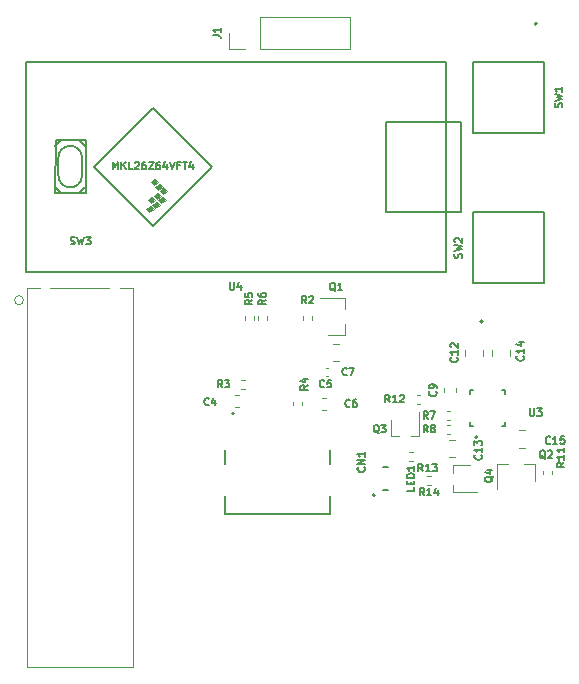
<source format=gto>
%TF.GenerationSoftware,KiCad,Pcbnew,(5.1.10)-1*%
%TF.CreationDate,2021-12-08T00:23:12-08:00*%
%TF.ProjectId,Climbing_Main_Rev_A,436c696d-6269-46e6-975f-4d61696e5f52,rev?*%
%TF.SameCoordinates,Original*%
%TF.FileFunction,Legend,Top*%
%TF.FilePolarity,Positive*%
%FSLAX46Y46*%
G04 Gerber Fmt 4.6, Leading zero omitted, Abs format (unit mm)*
G04 Created by KiCad (PCBNEW (5.1.10)-1) date 2021-12-08 00:23:12*
%MOMM*%
%LPD*%
G01*
G04 APERTURE LIST*
%ADD10C,0.100000*%
%ADD11C,0.150000*%
%ADD12C,0.127000*%
%ADD13C,0.200000*%
%ADD14C,0.120000*%
%ADD15C,1.200000*%
%ADD16C,1.600000*%
%ADD17R,1.600000X1.600000*%
%ADD18R,1.680000X1.680000*%
%ADD19C,1.600200*%
%ADD20C,1.905000*%
%ADD21R,1.400000X2.100000*%
%ADD22R,0.700000X0.450000*%
%ADD23R,0.450000X0.700000*%
%ADD24R,0.800000X0.900000*%
%ADD25R,0.900000X0.800000*%
%ADD26R,0.850000X0.650000*%
%ADD27O,1.700000X1.700000*%
%ADD28R,1.700000X1.700000*%
%ADD29C,0.650000*%
%ADD30R,2.180000X2.000000*%
%ADD31R,0.300000X1.150000*%
%ADD32R,0.600000X1.150000*%
G04 APERTURE END LIST*
D10*
G36*
X136180000Y-84621000D02*
G01*
X136434000Y-84875000D01*
X136053000Y-85129000D01*
X135799000Y-84875000D01*
X136180000Y-84621000D01*
G37*
X136180000Y-84621000D02*
X136434000Y-84875000D01*
X136053000Y-85129000D01*
X135799000Y-84875000D01*
X136180000Y-84621000D01*
G36*
X137196000Y-83859000D02*
G01*
X137450000Y-84113000D01*
X137069000Y-84367000D01*
X136815000Y-84113000D01*
X137196000Y-83859000D01*
G37*
X137196000Y-83859000D02*
X137450000Y-84113000D01*
X137069000Y-84367000D01*
X136815000Y-84113000D01*
X137196000Y-83859000D01*
G36*
X136434000Y-83097000D02*
G01*
X136688000Y-83351000D01*
X136307000Y-83605000D01*
X136053000Y-83351000D01*
X136434000Y-83097000D01*
G37*
X136434000Y-83097000D02*
X136688000Y-83351000D01*
X136307000Y-83605000D01*
X136053000Y-83351000D01*
X136434000Y-83097000D01*
G36*
X136561000Y-85002000D02*
G01*
X136815000Y-85256000D01*
X136434000Y-85510000D01*
X136180000Y-85256000D01*
X136561000Y-85002000D01*
G37*
X136561000Y-85002000D02*
X136815000Y-85256000D01*
X136434000Y-85510000D01*
X136180000Y-85256000D01*
X136561000Y-85002000D01*
G36*
X136815000Y-83478000D02*
G01*
X137069000Y-83732000D01*
X136688000Y-83986000D01*
X136434000Y-83732000D01*
X136815000Y-83478000D01*
G37*
X136815000Y-83478000D02*
X137069000Y-83732000D01*
X136688000Y-83986000D01*
X136434000Y-83732000D01*
X136815000Y-83478000D01*
G36*
X136053000Y-85383000D02*
G01*
X136307000Y-85637000D01*
X135926000Y-85891000D01*
X135672000Y-85637000D01*
X136053000Y-85383000D01*
G37*
X136053000Y-85383000D02*
X136307000Y-85637000D01*
X135926000Y-85891000D01*
X135672000Y-85637000D01*
X136053000Y-85383000D01*
G36*
X136688000Y-84240000D02*
G01*
X136942000Y-84494000D01*
X136561000Y-84748000D01*
X136307000Y-84494000D01*
X136688000Y-84240000D01*
G37*
X136688000Y-84240000D02*
X136942000Y-84494000D01*
X136561000Y-84748000D01*
X136307000Y-84494000D01*
X136688000Y-84240000D01*
G36*
X137069000Y-84621000D02*
G01*
X137323000Y-84875000D01*
X136942000Y-85129000D01*
X136688000Y-84875000D01*
X137069000Y-84621000D01*
G37*
X137069000Y-84621000D02*
X137323000Y-84875000D01*
X136942000Y-85129000D01*
X136688000Y-84875000D01*
X137069000Y-84621000D01*
D11*
X161036000Y-73152000D02*
X161036000Y-90932000D01*
X125476000Y-73152000D02*
X161036000Y-73152000D01*
X125476000Y-90932000D02*
X125476000Y-73152000D01*
X161036000Y-90932000D02*
X125476000Y-90932000D01*
X130556000Y-84292000D02*
X128016000Y-84292000D01*
X130556000Y-79792000D02*
X130556000Y-84292000D01*
X128016000Y-79792000D02*
X130556000Y-79792000D01*
X128006000Y-84292000D02*
X128016000Y-79792000D01*
X155956000Y-78232000D02*
X161036000Y-78232000D01*
X155956000Y-85852000D02*
X161036000Y-85852000D01*
X155956000Y-78232000D02*
X155956000Y-85852000D01*
X162306000Y-85852000D02*
X161036000Y-85852000D01*
X162306000Y-78232000D02*
X162306000Y-85852000D01*
X161036000Y-78232000D02*
X162306000Y-78232000D01*
X131256000Y-82042000D02*
X136256000Y-87042000D01*
X136256000Y-87042000D02*
X141256000Y-82042000D01*
X141256000Y-82042000D02*
X136256000Y-77042000D01*
X136256000Y-77042000D02*
X131256000Y-82042000D01*
X130256000Y-82792000D02*
X130256000Y-81292000D01*
X128256000Y-81292000D02*
X128256000Y-82792000D01*
X128006000Y-83792000D02*
X128506000Y-84292000D01*
X128506000Y-84292000D02*
X130006000Y-84292000D01*
X130506000Y-83792000D02*
X130006000Y-84292000D01*
X128006000Y-80292000D02*
X128506000Y-79792000D01*
X130556000Y-79792000D02*
X130006000Y-79792000D01*
X130006000Y-79792000D02*
X130506000Y-80292000D01*
X130256000Y-82792000D02*
G75*
G02*
X128256000Y-82792000I-1000000J0D01*
G01*
X128256000Y-81292000D02*
G75*
G02*
X130256000Y-81292000I1000000J0D01*
G01*
D12*
X163092000Y-103989000D02*
X163392000Y-103989000D01*
X166092000Y-103989000D02*
X165792000Y-103989000D01*
X163092000Y-100989000D02*
X163392000Y-100989000D01*
X166092000Y-100989000D02*
X165792000Y-100989000D01*
X163092000Y-103989000D02*
X163092000Y-103689000D01*
X166092000Y-103989000D02*
X166092000Y-103689000D01*
X163092000Y-100989000D02*
X163092000Y-101289000D01*
X166092000Y-100989000D02*
X166092000Y-101289000D01*
D13*
X163742000Y-104964000D02*
G75*
G03*
X163742000Y-104964000I-100000J0D01*
G01*
D14*
X125552200Y-124409200D02*
X134594600Y-124409200D01*
X134594600Y-124409200D02*
X134594600Y-92303600D01*
X134594600Y-92303600D02*
X133465684Y-92303600D01*
X125552200Y-92303600D02*
X125552200Y-124409200D01*
X126681116Y-92303600D02*
X125552200Y-92303600D01*
X132573916Y-92303600D02*
X127572884Y-92303600D01*
X125298200Y-93345000D02*
G75*
G03*
X125298200Y-93345000I-381000J0D01*
G01*
D13*
X164170000Y-95150000D02*
G75*
G03*
X164170000Y-95150000I-100000J0D01*
G01*
D12*
X163370000Y-85900000D02*
X163370000Y-91900000D01*
X169370000Y-91900000D02*
X163370000Y-91900000D01*
X169370000Y-85900000D02*
X169370000Y-91900000D01*
X163370000Y-85900000D02*
X169370000Y-85900000D01*
X169370000Y-79200000D02*
X163370000Y-79200000D01*
X163370000Y-79200000D02*
X163370000Y-73200000D01*
X163370000Y-73200000D02*
X169370000Y-73200000D01*
X169370000Y-79200000D02*
X169370000Y-73200000D01*
D13*
X168770000Y-69950000D02*
G75*
G03*
X168770000Y-69950000I-100000J0D01*
G01*
D14*
X159485359Y-108205000D02*
X159792641Y-108205000D01*
X159485359Y-108965000D02*
X159792641Y-108965000D01*
X158268641Y-106933000D02*
X157961359Y-106933000D01*
X158268641Y-106173000D02*
X157961359Y-106173000D01*
X158903641Y-102107000D02*
X158596359Y-102107000D01*
X158903641Y-101347000D02*
X158596359Y-101347000D01*
X169292000Y-108103641D02*
X169292000Y-107796359D01*
X170052000Y-108103641D02*
X170052000Y-107796359D01*
X161136359Y-103887000D02*
X161443641Y-103887000D01*
X161136359Y-104647000D02*
X161443641Y-104647000D01*
X161443641Y-103504000D02*
X161136359Y-103504000D01*
X161443641Y-102744000D02*
X161136359Y-102744000D01*
X145922000Y-94715359D02*
X145922000Y-95022641D01*
X145162000Y-94715359D02*
X145162000Y-95022641D01*
X144779000Y-94715359D02*
X144779000Y-95022641D01*
X144019000Y-94715359D02*
X144019000Y-95022641D01*
X148843000Y-101954359D02*
X148843000Y-102261641D01*
X148083000Y-101954359D02*
X148083000Y-102261641D01*
X143737359Y-100077000D02*
X144044641Y-100077000D01*
X143737359Y-100837000D02*
X144044641Y-100837000D01*
X148972000Y-95022641D02*
X148972000Y-94715359D01*
X149732000Y-95022641D02*
X149732000Y-94715359D01*
X161703000Y-107958000D02*
X161703000Y-107298000D01*
X161703000Y-109618000D02*
X161703000Y-108958000D01*
X161703000Y-109618000D02*
X163733000Y-109618000D01*
X163113000Y-107298000D02*
X161703000Y-107298000D01*
X157107000Y-104870000D02*
X156447000Y-104870000D01*
X158767000Y-104870000D02*
X158107000Y-104870000D01*
X158767000Y-104870000D02*
X158767000Y-102840000D01*
X156447000Y-103460000D02*
X156447000Y-104870000D01*
X168585000Y-107190000D02*
X167655000Y-107190000D01*
X165425000Y-107190000D02*
X166355000Y-107190000D01*
X165425000Y-107190000D02*
X165425000Y-109350000D01*
X168585000Y-107190000D02*
X168585000Y-108650000D01*
X152525000Y-96322000D02*
X152525000Y-95392000D01*
X152525000Y-93162000D02*
X152525000Y-94092000D01*
X152525000Y-93162000D02*
X150365000Y-93162000D01*
X152525000Y-96322000D02*
X151065000Y-96322000D01*
D12*
X155756000Y-109458000D02*
X156156000Y-109458000D01*
D13*
X155056000Y-109858000D02*
G75*
G03*
X155056000Y-109858000I-100000J0D01*
G01*
D12*
X155756000Y-107458000D02*
X156156000Y-107458000D01*
D14*
X152970070Y-72050700D02*
X152970070Y-69390700D01*
X145290070Y-72050700D02*
X152970070Y-72050700D01*
X145290070Y-69390700D02*
X152970070Y-69390700D01*
X145290070Y-72050700D02*
X145290070Y-69390700D01*
X144020070Y-72050700D02*
X142690070Y-72050700D01*
X142690070Y-72050700D02*
X142690070Y-70720700D01*
D13*
X143132000Y-102926000D02*
G75*
G03*
X143132000Y-102926000I-100000J0D01*
G01*
X151282000Y-106016000D02*
X151282000Y-107226000D01*
X142342000Y-106016000D02*
X142342000Y-107226000D01*
X151282000Y-111436000D02*
X151282000Y-109946000D01*
X142342000Y-111436000D02*
X151282000Y-111436000D01*
X142342000Y-109946000D02*
X142342000Y-111436000D01*
D14*
X167251748Y-104370200D02*
X167774252Y-104370200D01*
X167251748Y-105840200D02*
X167774252Y-105840200D01*
X165000000Y-98051252D02*
X165000000Y-97528748D01*
X166470000Y-98051252D02*
X166470000Y-97528748D01*
X161805252Y-106653000D02*
X161282748Y-106653000D01*
X161805252Y-105183000D02*
X161282748Y-105183000D01*
X162714000Y-98051252D02*
X162714000Y-97528748D01*
X164184000Y-98051252D02*
X164184000Y-97528748D01*
X160907000Y-101105580D02*
X160907000Y-100824420D01*
X161927000Y-101105580D02*
X161927000Y-100824420D01*
X151503748Y-97055000D02*
X152026252Y-97055000D01*
X151503748Y-98525000D02*
X152026252Y-98525000D01*
X150608420Y-101598000D02*
X150889580Y-101598000D01*
X150608420Y-102618000D02*
X150889580Y-102618000D01*
X150895164Y-99081000D02*
X151110836Y-99081000D01*
X150895164Y-99801000D02*
X151110836Y-99801000D01*
X143523580Y-102364000D02*
X143242420Y-102364000D01*
X143523580Y-101344000D02*
X143242420Y-101344000D01*
D12*
X142772190Y-91854261D02*
X142772190Y-92368309D01*
X142802428Y-92428785D01*
X142832666Y-92459023D01*
X142893142Y-92489261D01*
X143014095Y-92489261D01*
X143074571Y-92459023D01*
X143104809Y-92428785D01*
X143135047Y-92368309D01*
X143135047Y-91854261D01*
X143709571Y-92065928D02*
X143709571Y-92489261D01*
X143558380Y-91824023D02*
X143407190Y-92277595D01*
X143800285Y-92277595D01*
X132869333Y-82269261D02*
X132869333Y-81634261D01*
X133081000Y-82087833D01*
X133292666Y-81634261D01*
X133292666Y-82269261D01*
X133595047Y-82269261D02*
X133595047Y-81634261D01*
X133957904Y-82269261D02*
X133685761Y-81906404D01*
X133957904Y-81634261D02*
X133595047Y-81997119D01*
X134532428Y-82269261D02*
X134230047Y-82269261D01*
X134230047Y-81634261D01*
X134713857Y-81694738D02*
X134744095Y-81664500D01*
X134804571Y-81634261D01*
X134955761Y-81634261D01*
X135016238Y-81664500D01*
X135046476Y-81694738D01*
X135076714Y-81755214D01*
X135076714Y-81815690D01*
X135046476Y-81906404D01*
X134683619Y-82269261D01*
X135076714Y-82269261D01*
X135621000Y-81634261D02*
X135500047Y-81634261D01*
X135439571Y-81664500D01*
X135409333Y-81694738D01*
X135348857Y-81785452D01*
X135318619Y-81906404D01*
X135318619Y-82148309D01*
X135348857Y-82208785D01*
X135379095Y-82239023D01*
X135439571Y-82269261D01*
X135560523Y-82269261D01*
X135621000Y-82239023D01*
X135651238Y-82208785D01*
X135681476Y-82148309D01*
X135681476Y-81997119D01*
X135651238Y-81936642D01*
X135621000Y-81906404D01*
X135560523Y-81876166D01*
X135439571Y-81876166D01*
X135379095Y-81906404D01*
X135348857Y-81936642D01*
X135318619Y-81997119D01*
X135893142Y-81634261D02*
X136316476Y-81634261D01*
X135893142Y-82269261D01*
X136316476Y-82269261D01*
X136830523Y-81634261D02*
X136709571Y-81634261D01*
X136649095Y-81664500D01*
X136618857Y-81694738D01*
X136558380Y-81785452D01*
X136528142Y-81906404D01*
X136528142Y-82148309D01*
X136558380Y-82208785D01*
X136588619Y-82239023D01*
X136649095Y-82269261D01*
X136770047Y-82269261D01*
X136830523Y-82239023D01*
X136860761Y-82208785D01*
X136891000Y-82148309D01*
X136891000Y-81997119D01*
X136860761Y-81936642D01*
X136830523Y-81906404D01*
X136770047Y-81876166D01*
X136649095Y-81876166D01*
X136588619Y-81906404D01*
X136558380Y-81936642D01*
X136528142Y-81997119D01*
X137435285Y-81845928D02*
X137435285Y-82269261D01*
X137284095Y-81604023D02*
X137132904Y-82057595D01*
X137526000Y-82057595D01*
X137677190Y-81634261D02*
X137888857Y-82269261D01*
X138100523Y-81634261D01*
X138523857Y-81936642D02*
X138312190Y-81936642D01*
X138312190Y-82269261D02*
X138312190Y-81634261D01*
X138614571Y-81634261D01*
X138765761Y-81634261D02*
X139128619Y-81634261D01*
X138947190Y-82269261D02*
X138947190Y-81634261D01*
X139612428Y-81845928D02*
X139612428Y-82269261D01*
X139461238Y-81604023D02*
X139310047Y-82057595D01*
X139703142Y-82057595D01*
X168172190Y-102522261D02*
X168172190Y-103036309D01*
X168202428Y-103096785D01*
X168232666Y-103127023D01*
X168293142Y-103157261D01*
X168414095Y-103157261D01*
X168474571Y-103127023D01*
X168504809Y-103096785D01*
X168535047Y-103036309D01*
X168535047Y-102522261D01*
X168776952Y-102522261D02*
X169170047Y-102522261D01*
X168958380Y-102764166D01*
X169049095Y-102764166D01*
X169109571Y-102794404D01*
X169139809Y-102824642D01*
X169170047Y-102885119D01*
X169170047Y-103036309D01*
X169139809Y-103096785D01*
X169109571Y-103127023D01*
X169049095Y-103157261D01*
X168867666Y-103157261D01*
X168807190Y-103127023D01*
X168776952Y-103096785D01*
X129280333Y-88602023D02*
X129371047Y-88632261D01*
X129522238Y-88632261D01*
X129582714Y-88602023D01*
X129612952Y-88571785D01*
X129643190Y-88511309D01*
X129643190Y-88450833D01*
X129612952Y-88390357D01*
X129582714Y-88360119D01*
X129522238Y-88329880D01*
X129401285Y-88299642D01*
X129340809Y-88269404D01*
X129310571Y-88239166D01*
X129280333Y-88178690D01*
X129280333Y-88118214D01*
X129310571Y-88057738D01*
X129340809Y-88027500D01*
X129401285Y-87997261D01*
X129552476Y-87997261D01*
X129643190Y-88027500D01*
X129854857Y-87997261D02*
X130006047Y-88632261D01*
X130127000Y-88178690D01*
X130247952Y-88632261D01*
X130399142Y-87997261D01*
X130580571Y-87997261D02*
X130973666Y-87997261D01*
X130762000Y-88239166D01*
X130852714Y-88239166D01*
X130913190Y-88269404D01*
X130943428Y-88299642D01*
X130973666Y-88360119D01*
X130973666Y-88511309D01*
X130943428Y-88571785D01*
X130913190Y-88602023D01*
X130852714Y-88632261D01*
X130671285Y-88632261D01*
X130610809Y-88602023D01*
X130580571Y-88571785D01*
X127127000Y-92997261D02*
X127127000Y-93148452D01*
X126975809Y-93087976D02*
X127127000Y-93148452D01*
X127278190Y-93087976D01*
X127036285Y-93269404D02*
X127127000Y-93148452D01*
X127217714Y-93269404D01*
X162392023Y-89771666D02*
X162422261Y-89680952D01*
X162422261Y-89529761D01*
X162392023Y-89469285D01*
X162361785Y-89439047D01*
X162301309Y-89408809D01*
X162240833Y-89408809D01*
X162180357Y-89439047D01*
X162150119Y-89469285D01*
X162119880Y-89529761D01*
X162089642Y-89650714D01*
X162059404Y-89711190D01*
X162029166Y-89741428D01*
X161968690Y-89771666D01*
X161908214Y-89771666D01*
X161847738Y-89741428D01*
X161817500Y-89711190D01*
X161787261Y-89650714D01*
X161787261Y-89499523D01*
X161817500Y-89408809D01*
X161787261Y-89197142D02*
X162422261Y-89045952D01*
X161968690Y-88925000D01*
X162422261Y-88804047D01*
X161787261Y-88652857D01*
X161847738Y-88441190D02*
X161817500Y-88410952D01*
X161787261Y-88350476D01*
X161787261Y-88199285D01*
X161817500Y-88138809D01*
X161847738Y-88108571D01*
X161908214Y-88078333D01*
X161968690Y-88078333D01*
X162059404Y-88108571D01*
X162422261Y-88471428D01*
X162422261Y-88078333D01*
X170862023Y-77021666D02*
X170892261Y-76930952D01*
X170892261Y-76779761D01*
X170862023Y-76719285D01*
X170831785Y-76689047D01*
X170771309Y-76658809D01*
X170710833Y-76658809D01*
X170650357Y-76689047D01*
X170620119Y-76719285D01*
X170589880Y-76779761D01*
X170559642Y-76900714D01*
X170529404Y-76961190D01*
X170499166Y-76991428D01*
X170438690Y-77021666D01*
X170378214Y-77021666D01*
X170317738Y-76991428D01*
X170287500Y-76961190D01*
X170257261Y-76900714D01*
X170257261Y-76749523D01*
X170287500Y-76658809D01*
X170257261Y-76447142D02*
X170892261Y-76295952D01*
X170438690Y-76175000D01*
X170892261Y-76054047D01*
X170257261Y-75902857D01*
X170892261Y-75328333D02*
X170892261Y-75691190D01*
X170892261Y-75509761D02*
X170257261Y-75509761D01*
X170347976Y-75570238D01*
X170408452Y-75630714D01*
X170438690Y-75691190D01*
X159230785Y-109888261D02*
X159019119Y-109585880D01*
X158867928Y-109888261D02*
X158867928Y-109253261D01*
X159109833Y-109253261D01*
X159170309Y-109283500D01*
X159200547Y-109313738D01*
X159230785Y-109374214D01*
X159230785Y-109464928D01*
X159200547Y-109525404D01*
X159170309Y-109555642D01*
X159109833Y-109585880D01*
X158867928Y-109585880D01*
X159835547Y-109888261D02*
X159472690Y-109888261D01*
X159654119Y-109888261D02*
X159654119Y-109253261D01*
X159593642Y-109343976D01*
X159533166Y-109404452D01*
X159472690Y-109434690D01*
X160379833Y-109464928D02*
X160379833Y-109888261D01*
X160228642Y-109223023D02*
X160077452Y-109676595D01*
X160470547Y-109676595D01*
X159103785Y-107856261D02*
X158892119Y-107553880D01*
X158740928Y-107856261D02*
X158740928Y-107221261D01*
X158982833Y-107221261D01*
X159043309Y-107251500D01*
X159073547Y-107281738D01*
X159103785Y-107342214D01*
X159103785Y-107432928D01*
X159073547Y-107493404D01*
X159043309Y-107523642D01*
X158982833Y-107553880D01*
X158740928Y-107553880D01*
X159708547Y-107856261D02*
X159345690Y-107856261D01*
X159527119Y-107856261D02*
X159527119Y-107221261D01*
X159466642Y-107311976D01*
X159406166Y-107372452D01*
X159345690Y-107402690D01*
X159920214Y-107221261D02*
X160313309Y-107221261D01*
X160101642Y-107463166D01*
X160192357Y-107463166D01*
X160252833Y-107493404D01*
X160283071Y-107523642D01*
X160313309Y-107584119D01*
X160313309Y-107735309D01*
X160283071Y-107795785D01*
X160252833Y-107826023D01*
X160192357Y-107856261D01*
X160010928Y-107856261D01*
X159950452Y-107826023D01*
X159920214Y-107795785D01*
X156309785Y-102014261D02*
X156098119Y-101711880D01*
X155946928Y-102014261D02*
X155946928Y-101379261D01*
X156188833Y-101379261D01*
X156249309Y-101409500D01*
X156279547Y-101439738D01*
X156309785Y-101500214D01*
X156309785Y-101590928D01*
X156279547Y-101651404D01*
X156249309Y-101681642D01*
X156188833Y-101711880D01*
X155946928Y-101711880D01*
X156914547Y-102014261D02*
X156551690Y-102014261D01*
X156733119Y-102014261D02*
X156733119Y-101379261D01*
X156672642Y-101469976D01*
X156612166Y-101530452D01*
X156551690Y-101560690D01*
X157156452Y-101439738D02*
X157186690Y-101409500D01*
X157247166Y-101379261D01*
X157398357Y-101379261D01*
X157458833Y-101409500D01*
X157489071Y-101439738D01*
X157519309Y-101500214D01*
X157519309Y-101560690D01*
X157489071Y-101651404D01*
X157126214Y-102014261D01*
X157519309Y-102014261D01*
X171102261Y-107088214D02*
X170799880Y-107299880D01*
X171102261Y-107451071D02*
X170467261Y-107451071D01*
X170467261Y-107209166D01*
X170497500Y-107148690D01*
X170527738Y-107118452D01*
X170588214Y-107088214D01*
X170678928Y-107088214D01*
X170739404Y-107118452D01*
X170769642Y-107148690D01*
X170799880Y-107209166D01*
X170799880Y-107451071D01*
X171102261Y-106483452D02*
X171102261Y-106846309D01*
X171102261Y-106664880D02*
X170467261Y-106664880D01*
X170557976Y-106725357D01*
X170618452Y-106785833D01*
X170648690Y-106846309D01*
X171102261Y-105878690D02*
X171102261Y-106241547D01*
X171102261Y-106060119D02*
X170467261Y-106060119D01*
X170557976Y-106120595D01*
X170618452Y-106181071D01*
X170648690Y-106241547D01*
X159533166Y-104554261D02*
X159321500Y-104251880D01*
X159170309Y-104554261D02*
X159170309Y-103919261D01*
X159412214Y-103919261D01*
X159472690Y-103949500D01*
X159502928Y-103979738D01*
X159533166Y-104040214D01*
X159533166Y-104130928D01*
X159502928Y-104191404D01*
X159472690Y-104221642D01*
X159412214Y-104251880D01*
X159170309Y-104251880D01*
X159896023Y-104191404D02*
X159835547Y-104161166D01*
X159805309Y-104130928D01*
X159775071Y-104070452D01*
X159775071Y-104040214D01*
X159805309Y-103979738D01*
X159835547Y-103949500D01*
X159896023Y-103919261D01*
X160016976Y-103919261D01*
X160077452Y-103949500D01*
X160107690Y-103979738D01*
X160137928Y-104040214D01*
X160137928Y-104070452D01*
X160107690Y-104130928D01*
X160077452Y-104161166D01*
X160016976Y-104191404D01*
X159896023Y-104191404D01*
X159835547Y-104221642D01*
X159805309Y-104251880D01*
X159775071Y-104312357D01*
X159775071Y-104433309D01*
X159805309Y-104493785D01*
X159835547Y-104524023D01*
X159896023Y-104554261D01*
X160016976Y-104554261D01*
X160077452Y-104524023D01*
X160107690Y-104493785D01*
X160137928Y-104433309D01*
X160137928Y-104312357D01*
X160107690Y-104251880D01*
X160077452Y-104221642D01*
X160016976Y-104191404D01*
X159533166Y-103411261D02*
X159321500Y-103108880D01*
X159170309Y-103411261D02*
X159170309Y-102776261D01*
X159412214Y-102776261D01*
X159472690Y-102806500D01*
X159502928Y-102836738D01*
X159533166Y-102897214D01*
X159533166Y-102987928D01*
X159502928Y-103048404D01*
X159472690Y-103078642D01*
X159412214Y-103108880D01*
X159170309Y-103108880D01*
X159744833Y-102776261D02*
X160168166Y-102776261D01*
X159896023Y-103411261D01*
X145829261Y-93323833D02*
X145526880Y-93535500D01*
X145829261Y-93686690D02*
X145194261Y-93686690D01*
X145194261Y-93444785D01*
X145224500Y-93384309D01*
X145254738Y-93354071D01*
X145315214Y-93323833D01*
X145405928Y-93323833D01*
X145466404Y-93354071D01*
X145496642Y-93384309D01*
X145526880Y-93444785D01*
X145526880Y-93686690D01*
X145194261Y-92779547D02*
X145194261Y-92900500D01*
X145224500Y-92960976D01*
X145254738Y-92991214D01*
X145345452Y-93051690D01*
X145466404Y-93081928D01*
X145708309Y-93081928D01*
X145768785Y-93051690D01*
X145799023Y-93021452D01*
X145829261Y-92960976D01*
X145829261Y-92840023D01*
X145799023Y-92779547D01*
X145768785Y-92749309D01*
X145708309Y-92719071D01*
X145557119Y-92719071D01*
X145496642Y-92749309D01*
X145466404Y-92779547D01*
X145436166Y-92840023D01*
X145436166Y-92960976D01*
X145466404Y-93021452D01*
X145496642Y-93051690D01*
X145557119Y-93081928D01*
X144686261Y-93323833D02*
X144383880Y-93535500D01*
X144686261Y-93686690D02*
X144051261Y-93686690D01*
X144051261Y-93444785D01*
X144081500Y-93384309D01*
X144111738Y-93354071D01*
X144172214Y-93323833D01*
X144262928Y-93323833D01*
X144323404Y-93354071D01*
X144353642Y-93384309D01*
X144383880Y-93444785D01*
X144383880Y-93686690D01*
X144051261Y-92749309D02*
X144051261Y-93051690D01*
X144353642Y-93081928D01*
X144323404Y-93051690D01*
X144293166Y-92991214D01*
X144293166Y-92840023D01*
X144323404Y-92779547D01*
X144353642Y-92749309D01*
X144414119Y-92719071D01*
X144565309Y-92719071D01*
X144625785Y-92749309D01*
X144656023Y-92779547D01*
X144686261Y-92840023D01*
X144686261Y-92991214D01*
X144656023Y-93051690D01*
X144625785Y-93081928D01*
X149385261Y-100562833D02*
X149082880Y-100774500D01*
X149385261Y-100925690D02*
X148750261Y-100925690D01*
X148750261Y-100683785D01*
X148780500Y-100623309D01*
X148810738Y-100593071D01*
X148871214Y-100562833D01*
X148961928Y-100562833D01*
X149022404Y-100593071D01*
X149052642Y-100623309D01*
X149082880Y-100683785D01*
X149082880Y-100925690D01*
X148961928Y-100018547D02*
X149385261Y-100018547D01*
X148720023Y-100169738D02*
X149173595Y-100320928D01*
X149173595Y-99927833D01*
X142134166Y-100744261D02*
X141922500Y-100441880D01*
X141771309Y-100744261D02*
X141771309Y-100109261D01*
X142013214Y-100109261D01*
X142073690Y-100139500D01*
X142103928Y-100169738D01*
X142134166Y-100230214D01*
X142134166Y-100320928D01*
X142103928Y-100381404D01*
X142073690Y-100411642D01*
X142013214Y-100441880D01*
X141771309Y-100441880D01*
X142345833Y-100109261D02*
X142738928Y-100109261D01*
X142527261Y-100351166D01*
X142617976Y-100351166D01*
X142678452Y-100381404D01*
X142708690Y-100411642D01*
X142738928Y-100472119D01*
X142738928Y-100623309D01*
X142708690Y-100683785D01*
X142678452Y-100714023D01*
X142617976Y-100744261D01*
X142436547Y-100744261D01*
X142376071Y-100714023D01*
X142345833Y-100683785D01*
X149246166Y-93632261D02*
X149034500Y-93329880D01*
X148883309Y-93632261D02*
X148883309Y-92997261D01*
X149125214Y-92997261D01*
X149185690Y-93027500D01*
X149215928Y-93057738D01*
X149246166Y-93118214D01*
X149246166Y-93208928D01*
X149215928Y-93269404D01*
X149185690Y-93299642D01*
X149125214Y-93329880D01*
X148883309Y-93329880D01*
X149488071Y-93057738D02*
X149518309Y-93027500D01*
X149578785Y-92997261D01*
X149729976Y-92997261D01*
X149790452Y-93027500D01*
X149820690Y-93057738D01*
X149850928Y-93118214D01*
X149850928Y-93178690D01*
X149820690Y-93269404D01*
X149457833Y-93632261D01*
X149850928Y-93632261D01*
X165066738Y-108264476D02*
X165036500Y-108324952D01*
X164976023Y-108385428D01*
X164885309Y-108476142D01*
X164855071Y-108536619D01*
X164855071Y-108597095D01*
X165006261Y-108566857D02*
X164976023Y-108627333D01*
X164915547Y-108687809D01*
X164794595Y-108718047D01*
X164582928Y-108718047D01*
X164461976Y-108687809D01*
X164401500Y-108627333D01*
X164371261Y-108566857D01*
X164371261Y-108445904D01*
X164401500Y-108385428D01*
X164461976Y-108324952D01*
X164582928Y-108294714D01*
X164794595Y-108294714D01*
X164915547Y-108324952D01*
X164976023Y-108385428D01*
X165006261Y-108445904D01*
X165006261Y-108566857D01*
X164582928Y-107750428D02*
X165006261Y-107750428D01*
X164341023Y-107901619D02*
X164794595Y-108052809D01*
X164794595Y-107659714D01*
X155387523Y-104614738D02*
X155327047Y-104584500D01*
X155266571Y-104524023D01*
X155175857Y-104433309D01*
X155115380Y-104403071D01*
X155054904Y-104403071D01*
X155085142Y-104554261D02*
X155024666Y-104524023D01*
X154964190Y-104463547D01*
X154933952Y-104342595D01*
X154933952Y-104130928D01*
X154964190Y-104009976D01*
X155024666Y-103949500D01*
X155085142Y-103919261D01*
X155206095Y-103919261D01*
X155266571Y-103949500D01*
X155327047Y-104009976D01*
X155357285Y-104130928D01*
X155357285Y-104342595D01*
X155327047Y-104463547D01*
X155266571Y-104524023D01*
X155206095Y-104554261D01*
X155085142Y-104554261D01*
X155568952Y-103919261D02*
X155962047Y-103919261D01*
X155750380Y-104161166D01*
X155841095Y-104161166D01*
X155901571Y-104191404D01*
X155931809Y-104221642D01*
X155962047Y-104282119D01*
X155962047Y-104433309D01*
X155931809Y-104493785D01*
X155901571Y-104524023D01*
X155841095Y-104554261D01*
X155659666Y-104554261D01*
X155599190Y-104524023D01*
X155568952Y-104493785D01*
X169484523Y-106773738D02*
X169424047Y-106743500D01*
X169363571Y-106683023D01*
X169272857Y-106592309D01*
X169212380Y-106562071D01*
X169151904Y-106562071D01*
X169182142Y-106713261D02*
X169121666Y-106683023D01*
X169061190Y-106622547D01*
X169030952Y-106501595D01*
X169030952Y-106289928D01*
X169061190Y-106168976D01*
X169121666Y-106108500D01*
X169182142Y-106078261D01*
X169303095Y-106078261D01*
X169363571Y-106108500D01*
X169424047Y-106168976D01*
X169454285Y-106289928D01*
X169454285Y-106501595D01*
X169424047Y-106622547D01*
X169363571Y-106683023D01*
X169303095Y-106713261D01*
X169182142Y-106713261D01*
X169696190Y-106138738D02*
X169726428Y-106108500D01*
X169786904Y-106078261D01*
X169938095Y-106078261D01*
X169998571Y-106108500D01*
X170028809Y-106138738D01*
X170059047Y-106199214D01*
X170059047Y-106259690D01*
X170028809Y-106350404D01*
X169665952Y-106713261D01*
X170059047Y-106713261D01*
X151704523Y-92589738D02*
X151644047Y-92559500D01*
X151583571Y-92499023D01*
X151492857Y-92408309D01*
X151432380Y-92378071D01*
X151371904Y-92378071D01*
X151402142Y-92529261D02*
X151341666Y-92499023D01*
X151281190Y-92438547D01*
X151250952Y-92317595D01*
X151250952Y-92105928D01*
X151281190Y-91984976D01*
X151341666Y-91924500D01*
X151402142Y-91894261D01*
X151523095Y-91894261D01*
X151583571Y-91924500D01*
X151644047Y-91984976D01*
X151674285Y-92105928D01*
X151674285Y-92317595D01*
X151644047Y-92438547D01*
X151583571Y-92499023D01*
X151523095Y-92529261D01*
X151402142Y-92529261D01*
X152279047Y-92529261D02*
X151916190Y-92529261D01*
X152097619Y-92529261D02*
X152097619Y-91894261D01*
X152037142Y-91984976D01*
X151976666Y-92045452D01*
X151916190Y-92075690D01*
X158402261Y-109168595D02*
X158402261Y-109470976D01*
X157767261Y-109470976D01*
X158069642Y-108956928D02*
X158069642Y-108745261D01*
X158402261Y-108654547D02*
X158402261Y-108956928D01*
X157767261Y-108956928D01*
X157767261Y-108654547D01*
X158402261Y-108382404D02*
X157767261Y-108382404D01*
X157767261Y-108231214D01*
X157797500Y-108140500D01*
X157857976Y-108080023D01*
X157918452Y-108049785D01*
X158039404Y-108019547D01*
X158130119Y-108019547D01*
X158251071Y-108049785D01*
X158311547Y-108080023D01*
X158372023Y-108140500D01*
X158402261Y-108231214D01*
X158402261Y-108382404D01*
X158402261Y-107414785D02*
X158402261Y-107777642D01*
X158402261Y-107596214D02*
X157767261Y-107596214D01*
X157857976Y-107656690D01*
X157918452Y-107717166D01*
X157948690Y-107777642D01*
X141342331Y-70932366D02*
X141795903Y-70932366D01*
X141886617Y-70962604D01*
X141947093Y-71023080D01*
X141977331Y-71113795D01*
X141977331Y-71174271D01*
X141977331Y-70297366D02*
X141977331Y-70660223D01*
X141977331Y-70478795D02*
X141342331Y-70478795D01*
X141433046Y-70539271D01*
X141493522Y-70599747D01*
X141523760Y-70660223D01*
X154150785Y-107499452D02*
X154181023Y-107529690D01*
X154211261Y-107620404D01*
X154211261Y-107680880D01*
X154181023Y-107771595D01*
X154120547Y-107832071D01*
X154060071Y-107862309D01*
X153939119Y-107892547D01*
X153848404Y-107892547D01*
X153727452Y-107862309D01*
X153666976Y-107832071D01*
X153606500Y-107771595D01*
X153576261Y-107680880D01*
X153576261Y-107620404D01*
X153606500Y-107529690D01*
X153636738Y-107499452D01*
X154211261Y-107227309D02*
X153576261Y-107227309D01*
X154211261Y-106864452D01*
X153576261Y-106864452D01*
X154211261Y-106229452D02*
X154211261Y-106592309D01*
X154211261Y-106410880D02*
X153576261Y-106410880D01*
X153666976Y-106471357D01*
X153727452Y-106531833D01*
X153757690Y-106592309D01*
X169898785Y-105458985D02*
X169868547Y-105489223D01*
X169777833Y-105519461D01*
X169717357Y-105519461D01*
X169626642Y-105489223D01*
X169566166Y-105428747D01*
X169535928Y-105368271D01*
X169505690Y-105247319D01*
X169505690Y-105156604D01*
X169535928Y-105035652D01*
X169566166Y-104975176D01*
X169626642Y-104914700D01*
X169717357Y-104884461D01*
X169777833Y-104884461D01*
X169868547Y-104914700D01*
X169898785Y-104944938D01*
X170503547Y-105519461D02*
X170140690Y-105519461D01*
X170322119Y-105519461D02*
X170322119Y-104884461D01*
X170261642Y-104975176D01*
X170201166Y-105035652D01*
X170140690Y-105065890D01*
X171078071Y-104884461D02*
X170775690Y-104884461D01*
X170745452Y-105186842D01*
X170775690Y-105156604D01*
X170836166Y-105126366D01*
X170987357Y-105126366D01*
X171047833Y-105156604D01*
X171078071Y-105186842D01*
X171108309Y-105247319D01*
X171108309Y-105398509D01*
X171078071Y-105458985D01*
X171047833Y-105489223D01*
X170987357Y-105519461D01*
X170836166Y-105519461D01*
X170775690Y-105489223D01*
X170745452Y-105458985D01*
X167612785Y-98071214D02*
X167643023Y-98101452D01*
X167673261Y-98192166D01*
X167673261Y-98252642D01*
X167643023Y-98343357D01*
X167582547Y-98403833D01*
X167522071Y-98434071D01*
X167401119Y-98464309D01*
X167310404Y-98464309D01*
X167189452Y-98434071D01*
X167128976Y-98403833D01*
X167068500Y-98343357D01*
X167038261Y-98252642D01*
X167038261Y-98192166D01*
X167068500Y-98101452D01*
X167098738Y-98071214D01*
X167673261Y-97466452D02*
X167673261Y-97829309D01*
X167673261Y-97647880D02*
X167038261Y-97647880D01*
X167128976Y-97708357D01*
X167189452Y-97768833D01*
X167219690Y-97829309D01*
X167249928Y-96922166D02*
X167673261Y-96922166D01*
X167008023Y-97073357D02*
X167461595Y-97224547D01*
X167461595Y-96831452D01*
X164056785Y-106453214D02*
X164087023Y-106483452D01*
X164117261Y-106574166D01*
X164117261Y-106634642D01*
X164087023Y-106725357D01*
X164026547Y-106785833D01*
X163966071Y-106816071D01*
X163845119Y-106846309D01*
X163754404Y-106846309D01*
X163633452Y-106816071D01*
X163572976Y-106785833D01*
X163512500Y-106725357D01*
X163482261Y-106634642D01*
X163482261Y-106574166D01*
X163512500Y-106483452D01*
X163542738Y-106453214D01*
X164117261Y-105848452D02*
X164117261Y-106211309D01*
X164117261Y-106029880D02*
X163482261Y-106029880D01*
X163572976Y-106090357D01*
X163633452Y-106150833D01*
X163663690Y-106211309D01*
X163482261Y-105636785D02*
X163482261Y-105243690D01*
X163724166Y-105455357D01*
X163724166Y-105364642D01*
X163754404Y-105304166D01*
X163784642Y-105273928D01*
X163845119Y-105243690D01*
X163996309Y-105243690D01*
X164056785Y-105273928D01*
X164087023Y-105304166D01*
X164117261Y-105364642D01*
X164117261Y-105546071D01*
X164087023Y-105606547D01*
X164056785Y-105636785D01*
X161995785Y-98198214D02*
X162026023Y-98228452D01*
X162056261Y-98319166D01*
X162056261Y-98379642D01*
X162026023Y-98470357D01*
X161965547Y-98530833D01*
X161905071Y-98561071D01*
X161784119Y-98591309D01*
X161693404Y-98591309D01*
X161572452Y-98561071D01*
X161511976Y-98530833D01*
X161451500Y-98470357D01*
X161421261Y-98379642D01*
X161421261Y-98319166D01*
X161451500Y-98228452D01*
X161481738Y-98198214D01*
X162056261Y-97593452D02*
X162056261Y-97956309D01*
X162056261Y-97774880D02*
X161421261Y-97774880D01*
X161511976Y-97835357D01*
X161572452Y-97895833D01*
X161602690Y-97956309D01*
X161481738Y-97351547D02*
X161451500Y-97321309D01*
X161421261Y-97260833D01*
X161421261Y-97109642D01*
X161451500Y-97049166D01*
X161481738Y-97018928D01*
X161542214Y-96988690D01*
X161602690Y-96988690D01*
X161693404Y-97018928D01*
X162056261Y-97381785D01*
X162056261Y-96988690D01*
X160213785Y-101070833D02*
X160244023Y-101101071D01*
X160274261Y-101191785D01*
X160274261Y-101252261D01*
X160244023Y-101342976D01*
X160183547Y-101403452D01*
X160123071Y-101433690D01*
X160002119Y-101463928D01*
X159911404Y-101463928D01*
X159790452Y-101433690D01*
X159729976Y-101403452D01*
X159669500Y-101342976D01*
X159639261Y-101252261D01*
X159639261Y-101191785D01*
X159669500Y-101101071D01*
X159699738Y-101070833D01*
X160274261Y-100768452D02*
X160274261Y-100647500D01*
X160244023Y-100587023D01*
X160213785Y-100556785D01*
X160123071Y-100496309D01*
X160002119Y-100466071D01*
X159760214Y-100466071D01*
X159699738Y-100496309D01*
X159669500Y-100526547D01*
X159639261Y-100587023D01*
X159639261Y-100707976D01*
X159669500Y-100768452D01*
X159699738Y-100798690D01*
X159760214Y-100828928D01*
X159911404Y-100828928D01*
X159971880Y-100798690D01*
X160002119Y-100768452D01*
X160032357Y-100707976D01*
X160032357Y-100587023D01*
X160002119Y-100526547D01*
X159971880Y-100496309D01*
X159911404Y-100466071D01*
X152675166Y-99667785D02*
X152644928Y-99698023D01*
X152554214Y-99728261D01*
X152493738Y-99728261D01*
X152403023Y-99698023D01*
X152342547Y-99637547D01*
X152312309Y-99577071D01*
X152282071Y-99456119D01*
X152282071Y-99365404D01*
X152312309Y-99244452D01*
X152342547Y-99183976D01*
X152403023Y-99123500D01*
X152493738Y-99093261D01*
X152554214Y-99093261D01*
X152644928Y-99123500D01*
X152675166Y-99153738D01*
X152886833Y-99093261D02*
X153310166Y-99093261D01*
X153038023Y-99728261D01*
X152929166Y-102334785D02*
X152898928Y-102365023D01*
X152808214Y-102395261D01*
X152747738Y-102395261D01*
X152657023Y-102365023D01*
X152596547Y-102304547D01*
X152566309Y-102244071D01*
X152536071Y-102123119D01*
X152536071Y-102032404D01*
X152566309Y-101911452D01*
X152596547Y-101850976D01*
X152657023Y-101790500D01*
X152747738Y-101760261D01*
X152808214Y-101760261D01*
X152898928Y-101790500D01*
X152929166Y-101820738D01*
X153473452Y-101760261D02*
X153352500Y-101760261D01*
X153292023Y-101790500D01*
X153261785Y-101820738D01*
X153201309Y-101911452D01*
X153171071Y-102032404D01*
X153171071Y-102274309D01*
X153201309Y-102334785D01*
X153231547Y-102365023D01*
X153292023Y-102395261D01*
X153412976Y-102395261D01*
X153473452Y-102365023D01*
X153503690Y-102334785D01*
X153533928Y-102274309D01*
X153533928Y-102123119D01*
X153503690Y-102062642D01*
X153473452Y-102032404D01*
X153412976Y-102002166D01*
X153292023Y-102002166D01*
X153231547Y-102032404D01*
X153201309Y-102062642D01*
X153171071Y-102123119D01*
X150770166Y-100683785D02*
X150739928Y-100714023D01*
X150649214Y-100744261D01*
X150588738Y-100744261D01*
X150498023Y-100714023D01*
X150437547Y-100653547D01*
X150407309Y-100593071D01*
X150377071Y-100472119D01*
X150377071Y-100381404D01*
X150407309Y-100260452D01*
X150437547Y-100199976D01*
X150498023Y-100139500D01*
X150588738Y-100109261D01*
X150649214Y-100109261D01*
X150739928Y-100139500D01*
X150770166Y-100169738D01*
X151344690Y-100109261D02*
X151042309Y-100109261D01*
X151012071Y-100411642D01*
X151042309Y-100381404D01*
X151102785Y-100351166D01*
X151253976Y-100351166D01*
X151314452Y-100381404D01*
X151344690Y-100411642D01*
X151374928Y-100472119D01*
X151374928Y-100623309D01*
X151344690Y-100683785D01*
X151314452Y-100714023D01*
X151253976Y-100744261D01*
X151102785Y-100744261D01*
X151042309Y-100714023D01*
X151012071Y-100683785D01*
X140991166Y-102207785D02*
X140960928Y-102238023D01*
X140870214Y-102268261D01*
X140809738Y-102268261D01*
X140719023Y-102238023D01*
X140658547Y-102177547D01*
X140628309Y-102117071D01*
X140598071Y-101996119D01*
X140598071Y-101905404D01*
X140628309Y-101784452D01*
X140658547Y-101723976D01*
X140719023Y-101663500D01*
X140809738Y-101633261D01*
X140870214Y-101633261D01*
X140960928Y-101663500D01*
X140991166Y-101693738D01*
X141535452Y-101844928D02*
X141535452Y-102268261D01*
X141384261Y-101603023D02*
X141233071Y-102056595D01*
X141626166Y-102056595D01*
%LPC*%
D15*
X147828000Y-99753000D03*
D16*
X126746000Y-82042000D03*
X126746000Y-84582000D03*
X126746000Y-87122000D03*
X126746000Y-89662000D03*
X126746000Y-79502000D03*
X126746000Y-76962000D03*
X126746000Y-74422000D03*
X129286000Y-89662000D03*
X131826000Y-89662000D03*
X134366000Y-89662000D03*
X136906000Y-89662000D03*
X139446000Y-89662000D03*
X141986000Y-89662000D03*
X144526000Y-89662000D03*
X147066000Y-89662000D03*
X149606000Y-89662000D03*
X152146000Y-89662000D03*
X154686000Y-89662000D03*
X157226000Y-89662000D03*
X159766000Y-89662000D03*
X157226000Y-87122000D03*
X152146000Y-87122000D03*
X149606000Y-87122000D03*
X147066000Y-87122000D03*
X129286000Y-74422000D03*
X131826000Y-74422000D03*
X134366000Y-74422000D03*
X136906000Y-74422000D03*
X139446000Y-74422000D03*
X141986000Y-74422000D03*
X144526000Y-74422000D03*
X147066000Y-74422000D03*
X149606000Y-74422000D03*
X152146000Y-74422000D03*
X154686000Y-74422000D03*
X157226000Y-74422000D03*
D17*
X159766000Y-74422000D03*
D16*
X159588200Y-81737200D03*
X159588200Y-79756000D03*
G36*
G01*
X166449200Y-103369000D02*
X165604800Y-103369000D01*
G75*
G02*
X165597000Y-103361200I0J7800D01*
G01*
X165597000Y-103116800D01*
G75*
G02*
X165604800Y-103109000I7800J0D01*
G01*
X166449200Y-103109000D01*
G75*
G02*
X166457000Y-103116800I0J-7800D01*
G01*
X166457000Y-103361200D01*
G75*
G02*
X166449200Y-103369000I-7800J0D01*
G01*
G37*
G36*
G01*
X166449200Y-102869000D02*
X165604800Y-102869000D01*
G75*
G02*
X165597000Y-102861200I0J7800D01*
G01*
X165597000Y-102616800D01*
G75*
G02*
X165604800Y-102609000I7800J0D01*
G01*
X166449200Y-102609000D01*
G75*
G02*
X166457000Y-102616800I0J-7800D01*
G01*
X166457000Y-102861200D01*
G75*
G02*
X166449200Y-102869000I-7800J0D01*
G01*
G37*
G36*
G01*
X166449200Y-102369000D02*
X165604800Y-102369000D01*
G75*
G02*
X165597000Y-102361200I0J7800D01*
G01*
X165597000Y-102116800D01*
G75*
G02*
X165604800Y-102109000I7800J0D01*
G01*
X166449200Y-102109000D01*
G75*
G02*
X166457000Y-102116800I0J-7800D01*
G01*
X166457000Y-102361200D01*
G75*
G02*
X166449200Y-102369000I-7800J0D01*
G01*
G37*
G36*
G01*
X166449200Y-101869000D02*
X165604800Y-101869000D01*
G75*
G02*
X165597000Y-101861200I0J7800D01*
G01*
X165597000Y-101616800D01*
G75*
G02*
X165604800Y-101609000I7800J0D01*
G01*
X166449200Y-101609000D01*
G75*
G02*
X166457000Y-101616800I0J-7800D01*
G01*
X166457000Y-101861200D01*
G75*
G02*
X166449200Y-101869000I-7800J0D01*
G01*
G37*
G36*
G01*
X163579200Y-101869000D02*
X162734800Y-101869000D01*
G75*
G02*
X162727000Y-101861200I0J7800D01*
G01*
X162727000Y-101616800D01*
G75*
G02*
X162734800Y-101609000I7800J0D01*
G01*
X163579200Y-101609000D01*
G75*
G02*
X163587000Y-101616800I0J-7800D01*
G01*
X163587000Y-101861200D01*
G75*
G02*
X163579200Y-101869000I-7800J0D01*
G01*
G37*
G36*
G01*
X163579200Y-102369000D02*
X162734800Y-102369000D01*
G75*
G02*
X162727000Y-102361200I0J7800D01*
G01*
X162727000Y-102116800D01*
G75*
G02*
X162734800Y-102109000I7800J0D01*
G01*
X163579200Y-102109000D01*
G75*
G02*
X163587000Y-102116800I0J-7800D01*
G01*
X163587000Y-102361200D01*
G75*
G02*
X163579200Y-102369000I-7800J0D01*
G01*
G37*
G36*
G01*
X163579200Y-102869000D02*
X162734800Y-102869000D01*
G75*
G02*
X162727000Y-102861200I0J7800D01*
G01*
X162727000Y-102616800D01*
G75*
G02*
X162734800Y-102609000I7800J0D01*
G01*
X163579200Y-102609000D01*
G75*
G02*
X163587000Y-102616800I0J-7800D01*
G01*
X163587000Y-102861200D01*
G75*
G02*
X163579200Y-102869000I-7800J0D01*
G01*
G37*
G36*
G01*
X163579200Y-103369000D02*
X162734800Y-103369000D01*
G75*
G02*
X162727000Y-103361200I0J7800D01*
G01*
X162727000Y-103116800D01*
G75*
G02*
X162734800Y-103109000I7800J0D01*
G01*
X163579200Y-103109000D01*
G75*
G02*
X163587000Y-103116800I0J-7800D01*
G01*
X163587000Y-103361200D01*
G75*
G02*
X163579200Y-103369000I-7800J0D01*
G01*
G37*
G36*
G01*
X163964200Y-104354000D02*
X163719800Y-104354000D01*
G75*
G02*
X163712000Y-104346200I0J7800D01*
G01*
X163712000Y-103501800D01*
G75*
G02*
X163719800Y-103494000I7800J0D01*
G01*
X163964200Y-103494000D01*
G75*
G02*
X163972000Y-103501800I0J-7800D01*
G01*
X163972000Y-104346200D01*
G75*
G02*
X163964200Y-104354000I-7800J0D01*
G01*
G37*
G36*
G01*
X164464200Y-104354000D02*
X164219800Y-104354000D01*
G75*
G02*
X164212000Y-104346200I0J7800D01*
G01*
X164212000Y-103501800D01*
G75*
G02*
X164219800Y-103494000I7800J0D01*
G01*
X164464200Y-103494000D01*
G75*
G02*
X164472000Y-103501800I0J-7800D01*
G01*
X164472000Y-104346200D01*
G75*
G02*
X164464200Y-104354000I-7800J0D01*
G01*
G37*
G36*
G01*
X164964200Y-104354000D02*
X164719800Y-104354000D01*
G75*
G02*
X164712000Y-104346200I0J7800D01*
G01*
X164712000Y-103501800D01*
G75*
G02*
X164719800Y-103494000I7800J0D01*
G01*
X164964200Y-103494000D01*
G75*
G02*
X164972000Y-103501800I0J-7800D01*
G01*
X164972000Y-104346200D01*
G75*
G02*
X164964200Y-104354000I-7800J0D01*
G01*
G37*
G36*
G01*
X165464200Y-104354000D02*
X165219800Y-104354000D01*
G75*
G02*
X165212000Y-104346200I0J7800D01*
G01*
X165212000Y-103501800D01*
G75*
G02*
X165219800Y-103494000I7800J0D01*
G01*
X165464200Y-103494000D01*
G75*
G02*
X165472000Y-103501800I0J-7800D01*
G01*
X165472000Y-104346200D01*
G75*
G02*
X165464200Y-104354000I-7800J0D01*
G01*
G37*
G36*
G01*
X165464200Y-101484000D02*
X165219800Y-101484000D01*
G75*
G02*
X165212000Y-101476200I0J7800D01*
G01*
X165212000Y-100631800D01*
G75*
G02*
X165219800Y-100624000I7800J0D01*
G01*
X165464200Y-100624000D01*
G75*
G02*
X165472000Y-100631800I0J-7800D01*
G01*
X165472000Y-101476200D01*
G75*
G02*
X165464200Y-101484000I-7800J0D01*
G01*
G37*
G36*
G01*
X164964200Y-101484000D02*
X164719800Y-101484000D01*
G75*
G02*
X164712000Y-101476200I0J7800D01*
G01*
X164712000Y-100631800D01*
G75*
G02*
X164719800Y-100624000I7800J0D01*
G01*
X164964200Y-100624000D01*
G75*
G02*
X164972000Y-100631800I0J-7800D01*
G01*
X164972000Y-101476200D01*
G75*
G02*
X164964200Y-101484000I-7800J0D01*
G01*
G37*
G36*
G01*
X164464200Y-101484000D02*
X164219800Y-101484000D01*
G75*
G02*
X164212000Y-101476200I0J7800D01*
G01*
X164212000Y-100631800D01*
G75*
G02*
X164219800Y-100624000I7800J0D01*
G01*
X164464200Y-100624000D01*
G75*
G02*
X164472000Y-100631800I0J-7800D01*
G01*
X164472000Y-101476200D01*
G75*
G02*
X164464200Y-101484000I-7800J0D01*
G01*
G37*
G36*
G01*
X163964200Y-101484000D02*
X163719800Y-101484000D01*
G75*
G02*
X163712000Y-101476200I0J7800D01*
G01*
X163712000Y-100631800D01*
G75*
G02*
X163719800Y-100624000I7800J0D01*
G01*
X163964200Y-100624000D01*
G75*
G02*
X163972000Y-100631800I0J-7800D01*
G01*
X163972000Y-101476200D01*
G75*
G02*
X163964200Y-101484000I-7800J0D01*
G01*
G37*
D18*
X164592000Y-102489000D03*
D19*
X127127000Y-93345000D03*
X127127000Y-95834200D03*
X133019800Y-93345000D03*
X133019800Y-95834200D03*
D20*
X127876300Y-107264200D03*
X132270500Y-107264200D03*
D21*
X164120000Y-84350000D03*
X164120000Y-93450000D03*
X168620000Y-93450000D03*
X168620000Y-84350000D03*
X164120000Y-80750000D03*
X164120000Y-71650000D03*
X168620000Y-71650000D03*
X168620000Y-80750000D03*
G36*
G01*
X159879000Y-108770000D02*
X159879000Y-108400000D01*
G75*
G02*
X160014000Y-108265000I135000J0D01*
G01*
X160284000Y-108265000D01*
G75*
G02*
X160419000Y-108400000I0J-135000D01*
G01*
X160419000Y-108770000D01*
G75*
G02*
X160284000Y-108905000I-135000J0D01*
G01*
X160014000Y-108905000D01*
G75*
G02*
X159879000Y-108770000I0J135000D01*
G01*
G37*
G36*
G01*
X158859000Y-108770000D02*
X158859000Y-108400000D01*
G75*
G02*
X158994000Y-108265000I135000J0D01*
G01*
X159264000Y-108265000D01*
G75*
G02*
X159399000Y-108400000I0J-135000D01*
G01*
X159399000Y-108770000D01*
G75*
G02*
X159264000Y-108905000I-135000J0D01*
G01*
X158994000Y-108905000D01*
G75*
G02*
X158859000Y-108770000I0J135000D01*
G01*
G37*
G36*
G01*
X157875000Y-106368000D02*
X157875000Y-106738000D01*
G75*
G02*
X157740000Y-106873000I-135000J0D01*
G01*
X157470000Y-106873000D01*
G75*
G02*
X157335000Y-106738000I0J135000D01*
G01*
X157335000Y-106368000D01*
G75*
G02*
X157470000Y-106233000I135000J0D01*
G01*
X157740000Y-106233000D01*
G75*
G02*
X157875000Y-106368000I0J-135000D01*
G01*
G37*
G36*
G01*
X158895000Y-106368000D02*
X158895000Y-106738000D01*
G75*
G02*
X158760000Y-106873000I-135000J0D01*
G01*
X158490000Y-106873000D01*
G75*
G02*
X158355000Y-106738000I0J135000D01*
G01*
X158355000Y-106368000D01*
G75*
G02*
X158490000Y-106233000I135000J0D01*
G01*
X158760000Y-106233000D01*
G75*
G02*
X158895000Y-106368000I0J-135000D01*
G01*
G37*
G36*
G01*
X158510000Y-101542000D02*
X158510000Y-101912000D01*
G75*
G02*
X158375000Y-102047000I-135000J0D01*
G01*
X158105000Y-102047000D01*
G75*
G02*
X157970000Y-101912000I0J135000D01*
G01*
X157970000Y-101542000D01*
G75*
G02*
X158105000Y-101407000I135000J0D01*
G01*
X158375000Y-101407000D01*
G75*
G02*
X158510000Y-101542000I0J-135000D01*
G01*
G37*
G36*
G01*
X159530000Y-101542000D02*
X159530000Y-101912000D01*
G75*
G02*
X159395000Y-102047000I-135000J0D01*
G01*
X159125000Y-102047000D01*
G75*
G02*
X158990000Y-101912000I0J135000D01*
G01*
X158990000Y-101542000D01*
G75*
G02*
X159125000Y-101407000I135000J0D01*
G01*
X159395000Y-101407000D01*
G75*
G02*
X159530000Y-101542000I0J-135000D01*
G01*
G37*
G36*
G01*
X169857000Y-107710000D02*
X169487000Y-107710000D01*
G75*
G02*
X169352000Y-107575000I0J135000D01*
G01*
X169352000Y-107305000D01*
G75*
G02*
X169487000Y-107170000I135000J0D01*
G01*
X169857000Y-107170000D01*
G75*
G02*
X169992000Y-107305000I0J-135000D01*
G01*
X169992000Y-107575000D01*
G75*
G02*
X169857000Y-107710000I-135000J0D01*
G01*
G37*
G36*
G01*
X169857000Y-108730000D02*
X169487000Y-108730000D01*
G75*
G02*
X169352000Y-108595000I0J135000D01*
G01*
X169352000Y-108325000D01*
G75*
G02*
X169487000Y-108190000I135000J0D01*
G01*
X169857000Y-108190000D01*
G75*
G02*
X169992000Y-108325000I0J-135000D01*
G01*
X169992000Y-108595000D01*
G75*
G02*
X169857000Y-108730000I-135000J0D01*
G01*
G37*
G36*
G01*
X161530000Y-104452000D02*
X161530000Y-104082000D01*
G75*
G02*
X161665000Y-103947000I135000J0D01*
G01*
X161935000Y-103947000D01*
G75*
G02*
X162070000Y-104082000I0J-135000D01*
G01*
X162070000Y-104452000D01*
G75*
G02*
X161935000Y-104587000I-135000J0D01*
G01*
X161665000Y-104587000D01*
G75*
G02*
X161530000Y-104452000I0J135000D01*
G01*
G37*
G36*
G01*
X160510000Y-104452000D02*
X160510000Y-104082000D01*
G75*
G02*
X160645000Y-103947000I135000J0D01*
G01*
X160915000Y-103947000D01*
G75*
G02*
X161050000Y-104082000I0J-135000D01*
G01*
X161050000Y-104452000D01*
G75*
G02*
X160915000Y-104587000I-135000J0D01*
G01*
X160645000Y-104587000D01*
G75*
G02*
X160510000Y-104452000I0J135000D01*
G01*
G37*
G36*
G01*
X161050000Y-102939000D02*
X161050000Y-103309000D01*
G75*
G02*
X160915000Y-103444000I-135000J0D01*
G01*
X160645000Y-103444000D01*
G75*
G02*
X160510000Y-103309000I0J135000D01*
G01*
X160510000Y-102939000D01*
G75*
G02*
X160645000Y-102804000I135000J0D01*
G01*
X160915000Y-102804000D01*
G75*
G02*
X161050000Y-102939000I0J-135000D01*
G01*
G37*
G36*
G01*
X162070000Y-102939000D02*
X162070000Y-103309000D01*
G75*
G02*
X161935000Y-103444000I-135000J0D01*
G01*
X161665000Y-103444000D01*
G75*
G02*
X161530000Y-103309000I0J135000D01*
G01*
X161530000Y-102939000D01*
G75*
G02*
X161665000Y-102804000I135000J0D01*
G01*
X161935000Y-102804000D01*
G75*
G02*
X162070000Y-102939000I0J-135000D01*
G01*
G37*
G36*
G01*
X145357000Y-95109000D02*
X145727000Y-95109000D01*
G75*
G02*
X145862000Y-95244000I0J-135000D01*
G01*
X145862000Y-95514000D01*
G75*
G02*
X145727000Y-95649000I-135000J0D01*
G01*
X145357000Y-95649000D01*
G75*
G02*
X145222000Y-95514000I0J135000D01*
G01*
X145222000Y-95244000D01*
G75*
G02*
X145357000Y-95109000I135000J0D01*
G01*
G37*
G36*
G01*
X145357000Y-94089000D02*
X145727000Y-94089000D01*
G75*
G02*
X145862000Y-94224000I0J-135000D01*
G01*
X145862000Y-94494000D01*
G75*
G02*
X145727000Y-94629000I-135000J0D01*
G01*
X145357000Y-94629000D01*
G75*
G02*
X145222000Y-94494000I0J135000D01*
G01*
X145222000Y-94224000D01*
G75*
G02*
X145357000Y-94089000I135000J0D01*
G01*
G37*
G36*
G01*
X144214000Y-95109000D02*
X144584000Y-95109000D01*
G75*
G02*
X144719000Y-95244000I0J-135000D01*
G01*
X144719000Y-95514000D01*
G75*
G02*
X144584000Y-95649000I-135000J0D01*
G01*
X144214000Y-95649000D01*
G75*
G02*
X144079000Y-95514000I0J135000D01*
G01*
X144079000Y-95244000D01*
G75*
G02*
X144214000Y-95109000I135000J0D01*
G01*
G37*
G36*
G01*
X144214000Y-94089000D02*
X144584000Y-94089000D01*
G75*
G02*
X144719000Y-94224000I0J-135000D01*
G01*
X144719000Y-94494000D01*
G75*
G02*
X144584000Y-94629000I-135000J0D01*
G01*
X144214000Y-94629000D01*
G75*
G02*
X144079000Y-94494000I0J135000D01*
G01*
X144079000Y-94224000D01*
G75*
G02*
X144214000Y-94089000I135000J0D01*
G01*
G37*
G36*
G01*
X148278000Y-102348000D02*
X148648000Y-102348000D01*
G75*
G02*
X148783000Y-102483000I0J-135000D01*
G01*
X148783000Y-102753000D01*
G75*
G02*
X148648000Y-102888000I-135000J0D01*
G01*
X148278000Y-102888000D01*
G75*
G02*
X148143000Y-102753000I0J135000D01*
G01*
X148143000Y-102483000D01*
G75*
G02*
X148278000Y-102348000I135000J0D01*
G01*
G37*
G36*
G01*
X148278000Y-101328000D02*
X148648000Y-101328000D01*
G75*
G02*
X148783000Y-101463000I0J-135000D01*
G01*
X148783000Y-101733000D01*
G75*
G02*
X148648000Y-101868000I-135000J0D01*
G01*
X148278000Y-101868000D01*
G75*
G02*
X148143000Y-101733000I0J135000D01*
G01*
X148143000Y-101463000D01*
G75*
G02*
X148278000Y-101328000I135000J0D01*
G01*
G37*
G36*
G01*
X144131000Y-100642000D02*
X144131000Y-100272000D01*
G75*
G02*
X144266000Y-100137000I135000J0D01*
G01*
X144536000Y-100137000D01*
G75*
G02*
X144671000Y-100272000I0J-135000D01*
G01*
X144671000Y-100642000D01*
G75*
G02*
X144536000Y-100777000I-135000J0D01*
G01*
X144266000Y-100777000D01*
G75*
G02*
X144131000Y-100642000I0J135000D01*
G01*
G37*
G36*
G01*
X143111000Y-100642000D02*
X143111000Y-100272000D01*
G75*
G02*
X143246000Y-100137000I135000J0D01*
G01*
X143516000Y-100137000D01*
G75*
G02*
X143651000Y-100272000I0J-135000D01*
G01*
X143651000Y-100642000D01*
G75*
G02*
X143516000Y-100777000I-135000J0D01*
G01*
X143246000Y-100777000D01*
G75*
G02*
X143111000Y-100642000I0J135000D01*
G01*
G37*
G36*
G01*
X149537000Y-94629000D02*
X149167000Y-94629000D01*
G75*
G02*
X149032000Y-94494000I0J135000D01*
G01*
X149032000Y-94224000D01*
G75*
G02*
X149167000Y-94089000I135000J0D01*
G01*
X149537000Y-94089000D01*
G75*
G02*
X149672000Y-94224000I0J-135000D01*
G01*
X149672000Y-94494000D01*
G75*
G02*
X149537000Y-94629000I-135000J0D01*
G01*
G37*
G36*
G01*
X149537000Y-95649000D02*
X149167000Y-95649000D01*
G75*
G02*
X149032000Y-95514000I0J135000D01*
G01*
X149032000Y-95244000D01*
G75*
G02*
X149167000Y-95109000I135000J0D01*
G01*
X149537000Y-95109000D01*
G75*
G02*
X149672000Y-95244000I0J-135000D01*
G01*
X149672000Y-95514000D01*
G75*
G02*
X149537000Y-95649000I-135000J0D01*
G01*
G37*
D22*
X161433000Y-108458000D03*
X163433000Y-107808000D03*
X163433000Y-109108000D03*
D23*
X157607000Y-105140000D03*
X156957000Y-103140000D03*
X158257000Y-103140000D03*
D24*
X167005000Y-106950000D03*
X167955000Y-108950000D03*
X166055000Y-108950000D03*
D25*
X152765000Y-94742000D03*
X150765000Y-95692000D03*
X150765000Y-93792000D03*
D26*
X156681000Y-108033000D03*
X156681000Y-108883000D03*
X155231000Y-108033000D03*
X155231000Y-108883000D03*
D27*
X151640070Y-70720700D03*
X149100070Y-70720700D03*
X146560070Y-70720700D03*
D28*
X144020070Y-70720700D03*
D29*
X149702000Y-105156000D03*
X143922000Y-105156000D03*
D30*
X151922000Y-108586000D03*
X141702000Y-108586000D03*
X151922000Y-104656000D03*
X141702000Y-104656000D03*
D31*
X147062000Y-104081000D03*
X146562000Y-104081000D03*
X147562000Y-104081000D03*
X146062000Y-104081000D03*
X148062000Y-104081000D03*
X145562000Y-104081000D03*
X148562000Y-104081000D03*
X145062000Y-104081000D03*
D32*
X150012000Y-104081000D03*
X149212000Y-104081000D03*
X144412000Y-104081000D03*
X143612000Y-104081000D03*
G36*
G01*
X167963000Y-105580200D02*
X167963000Y-104630200D01*
G75*
G02*
X168213000Y-104380200I250000J0D01*
G01*
X168713000Y-104380200D01*
G75*
G02*
X168963000Y-104630200I0J-250000D01*
G01*
X168963000Y-105580200D01*
G75*
G02*
X168713000Y-105830200I-250000J0D01*
G01*
X168213000Y-105830200D01*
G75*
G02*
X167963000Y-105580200I0J250000D01*
G01*
G37*
G36*
G01*
X166063000Y-105580200D02*
X166063000Y-104630200D01*
G75*
G02*
X166313000Y-104380200I250000J0D01*
G01*
X166813000Y-104380200D01*
G75*
G02*
X167063000Y-104630200I0J-250000D01*
G01*
X167063000Y-105580200D01*
G75*
G02*
X166813000Y-105830200I-250000J0D01*
G01*
X166313000Y-105830200D01*
G75*
G02*
X166063000Y-105580200I0J250000D01*
G01*
G37*
G36*
G01*
X166210000Y-97340000D02*
X165260000Y-97340000D01*
G75*
G02*
X165010000Y-97090000I0J250000D01*
G01*
X165010000Y-96590000D01*
G75*
G02*
X165260000Y-96340000I250000J0D01*
G01*
X166210000Y-96340000D01*
G75*
G02*
X166460000Y-96590000I0J-250000D01*
G01*
X166460000Y-97090000D01*
G75*
G02*
X166210000Y-97340000I-250000J0D01*
G01*
G37*
G36*
G01*
X166210000Y-99240000D02*
X165260000Y-99240000D01*
G75*
G02*
X165010000Y-98990000I0J250000D01*
G01*
X165010000Y-98490000D01*
G75*
G02*
X165260000Y-98240000I250000J0D01*
G01*
X166210000Y-98240000D01*
G75*
G02*
X166460000Y-98490000I0J-250000D01*
G01*
X166460000Y-98990000D01*
G75*
G02*
X166210000Y-99240000I-250000J0D01*
G01*
G37*
G36*
G01*
X161094000Y-105443000D02*
X161094000Y-106393000D01*
G75*
G02*
X160844000Y-106643000I-250000J0D01*
G01*
X160344000Y-106643000D01*
G75*
G02*
X160094000Y-106393000I0J250000D01*
G01*
X160094000Y-105443000D01*
G75*
G02*
X160344000Y-105193000I250000J0D01*
G01*
X160844000Y-105193000D01*
G75*
G02*
X161094000Y-105443000I0J-250000D01*
G01*
G37*
G36*
G01*
X162994000Y-105443000D02*
X162994000Y-106393000D01*
G75*
G02*
X162744000Y-106643000I-250000J0D01*
G01*
X162244000Y-106643000D01*
G75*
G02*
X161994000Y-106393000I0J250000D01*
G01*
X161994000Y-105443000D01*
G75*
G02*
X162244000Y-105193000I250000J0D01*
G01*
X162744000Y-105193000D01*
G75*
G02*
X162994000Y-105443000I0J-250000D01*
G01*
G37*
G36*
G01*
X163924000Y-97340000D02*
X162974000Y-97340000D01*
G75*
G02*
X162724000Y-97090000I0J250000D01*
G01*
X162724000Y-96590000D01*
G75*
G02*
X162974000Y-96340000I250000J0D01*
G01*
X163924000Y-96340000D01*
G75*
G02*
X164174000Y-96590000I0J-250000D01*
G01*
X164174000Y-97090000D01*
G75*
G02*
X163924000Y-97340000I-250000J0D01*
G01*
G37*
G36*
G01*
X163924000Y-99240000D02*
X162974000Y-99240000D01*
G75*
G02*
X162724000Y-98990000I0J250000D01*
G01*
X162724000Y-98490000D01*
G75*
G02*
X162974000Y-98240000I250000J0D01*
G01*
X163924000Y-98240000D01*
G75*
G02*
X164174000Y-98490000I0J-250000D01*
G01*
X164174000Y-98990000D01*
G75*
G02*
X163924000Y-99240000I-250000J0D01*
G01*
G37*
G36*
G01*
X161667000Y-100640000D02*
X161167000Y-100640000D01*
G75*
G02*
X160942000Y-100415000I0J225000D01*
G01*
X160942000Y-99965000D01*
G75*
G02*
X161167000Y-99740000I225000J0D01*
G01*
X161667000Y-99740000D01*
G75*
G02*
X161892000Y-99965000I0J-225000D01*
G01*
X161892000Y-100415000D01*
G75*
G02*
X161667000Y-100640000I-225000J0D01*
G01*
G37*
G36*
G01*
X161667000Y-102190000D02*
X161167000Y-102190000D01*
G75*
G02*
X160942000Y-101965000I0J225000D01*
G01*
X160942000Y-101515000D01*
G75*
G02*
X161167000Y-101290000I225000J0D01*
G01*
X161667000Y-101290000D01*
G75*
G02*
X161892000Y-101515000I0J-225000D01*
G01*
X161892000Y-101965000D01*
G75*
G02*
X161667000Y-102190000I-225000J0D01*
G01*
G37*
G36*
G01*
X152215000Y-98265000D02*
X152215000Y-97315000D01*
G75*
G02*
X152465000Y-97065000I250000J0D01*
G01*
X152965000Y-97065000D01*
G75*
G02*
X153215000Y-97315000I0J-250000D01*
G01*
X153215000Y-98265000D01*
G75*
G02*
X152965000Y-98515000I-250000J0D01*
G01*
X152465000Y-98515000D01*
G75*
G02*
X152215000Y-98265000I0J250000D01*
G01*
G37*
G36*
G01*
X150315000Y-98265000D02*
X150315000Y-97315000D01*
G75*
G02*
X150565000Y-97065000I250000J0D01*
G01*
X151065000Y-97065000D01*
G75*
G02*
X151315000Y-97315000I0J-250000D01*
G01*
X151315000Y-98265000D01*
G75*
G02*
X151065000Y-98515000I-250000J0D01*
G01*
X150565000Y-98515000D01*
G75*
G02*
X150315000Y-98265000I0J250000D01*
G01*
G37*
G36*
G01*
X151074000Y-102358000D02*
X151074000Y-101858000D01*
G75*
G02*
X151299000Y-101633000I225000J0D01*
G01*
X151749000Y-101633000D01*
G75*
G02*
X151974000Y-101858000I0J-225000D01*
G01*
X151974000Y-102358000D01*
G75*
G02*
X151749000Y-102583000I-225000J0D01*
G01*
X151299000Y-102583000D01*
G75*
G02*
X151074000Y-102358000I0J225000D01*
G01*
G37*
G36*
G01*
X149524000Y-102358000D02*
X149524000Y-101858000D01*
G75*
G02*
X149749000Y-101633000I225000J0D01*
G01*
X150199000Y-101633000D01*
G75*
G02*
X150424000Y-101858000I0J-225000D01*
G01*
X150424000Y-102358000D01*
G75*
G02*
X150199000Y-102583000I-225000J0D01*
G01*
X149749000Y-102583000D01*
G75*
G02*
X149524000Y-102358000I0J225000D01*
G01*
G37*
G36*
G01*
X151203000Y-99611000D02*
X151203000Y-99271000D01*
G75*
G02*
X151343000Y-99131000I140000J0D01*
G01*
X151623000Y-99131000D01*
G75*
G02*
X151763000Y-99271000I0J-140000D01*
G01*
X151763000Y-99611000D01*
G75*
G02*
X151623000Y-99751000I-140000J0D01*
G01*
X151343000Y-99751000D01*
G75*
G02*
X151203000Y-99611000I0J140000D01*
G01*
G37*
G36*
G01*
X150243000Y-99611000D02*
X150243000Y-99271000D01*
G75*
G02*
X150383000Y-99131000I140000J0D01*
G01*
X150663000Y-99131000D01*
G75*
G02*
X150803000Y-99271000I0J-140000D01*
G01*
X150803000Y-99611000D01*
G75*
G02*
X150663000Y-99751000I-140000J0D01*
G01*
X150383000Y-99751000D01*
G75*
G02*
X150243000Y-99611000I0J140000D01*
G01*
G37*
G36*
G01*
X143058000Y-101604000D02*
X143058000Y-102104000D01*
G75*
G02*
X142833000Y-102329000I-225000J0D01*
G01*
X142383000Y-102329000D01*
G75*
G02*
X142158000Y-102104000I0J225000D01*
G01*
X142158000Y-101604000D01*
G75*
G02*
X142383000Y-101379000I225000J0D01*
G01*
X142833000Y-101379000D01*
G75*
G02*
X143058000Y-101604000I0J-225000D01*
G01*
G37*
G36*
G01*
X144608000Y-101604000D02*
X144608000Y-102104000D01*
G75*
G02*
X144383000Y-102329000I-225000J0D01*
G01*
X143933000Y-102329000D01*
G75*
G02*
X143708000Y-102104000I0J225000D01*
G01*
X143708000Y-101604000D01*
G75*
G02*
X143933000Y-101379000I225000J0D01*
G01*
X144383000Y-101379000D01*
G75*
G02*
X144608000Y-101604000I0J-225000D01*
G01*
G37*
M02*

</source>
